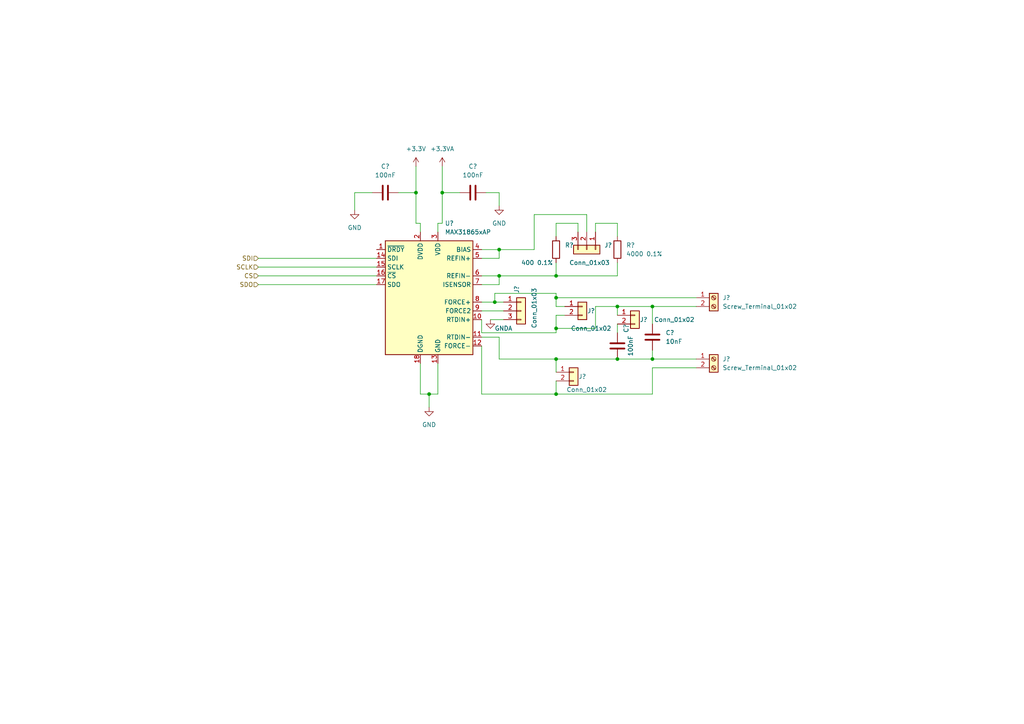
<source format=kicad_sch>
(kicad_sch (version 20211123) (generator eeschema)
  (paper "A4")
  (lib_symbols
    (symbol "Connector:Screw_Terminal_01x02" (pin_names (offset 1.016) hide)
      (property "Reference" "J" (at 0 2.54 0))
      (property "Value" "Screw_Terminal_01x02" (at 0 -5.08 0))
      (symbol "Screw_Terminal_01x02_1_1"
        (rectangle (start -1.27 1.27) (end 1.27 -3.81) (stroke (width 0.254)) (fill (type background)))
        (circle (center 0 -2.54) (radius 0.635) (stroke (width 0.1524)))
        (polyline (pts (xy -0.5334 -2.2098) (xy 0.3302 -3.048)) (stroke (width 0.1524)))
        (polyline (pts (xy -0.5334 0.3302) (xy 0.3302 -0.508)) (stroke (width 0.1524)))
        (polyline (pts (xy -0.3556 -2.032) (xy 0.508 -2.8702)) (stroke (width 0.1524)))
        (polyline (pts (xy -0.3556 0.508) (xy 0.508 -0.3302)) (stroke (width 0.1524)))
        (circle (center 0 0) (radius 0.635) (stroke (width 0.1524)))
        (pin passive line (at -5.08 0 0) (length 3.81) (name "Pin_1") (number "1"))
        (pin passive line (at -5.08 -2.54 0) (length 3.81) (name "Pin_2") (number "2"))
      )
    )
    (symbol "Connector_Generic:Conn_01x02" (pin_names (offset 1.016) hide)
      (property "Reference" "J" (at 0 2.54 0))
      (property "Value" "Conn_01x02" (at 0 -5.08 0))
      (symbol "Conn_01x02_1_1"
        (rectangle (start -1.27 -2.413) (end 0 -2.667) (stroke (width 0.1524)))
        (rectangle (start -1.27 0.127) (end 0 -0.127) (stroke (width 0.1524)))
        (rectangle (start -1.27 1.27) (end 1.27 -3.81) (stroke (width 0.254)) (fill (type background)))
        (pin passive line (at -5.08 0 0) (length 3.81) (name "Pin_1") (number "1"))
        (pin passive line (at -5.08 -2.54 0) (length 3.81) (name "Pin_2") (number "2"))
      )
    )
    (symbol "Connector_Generic:Conn_01x03" (pin_names (offset 1.016) hide)
      (property "Reference" "J" (at 0 5.08 0))
      (property "Value" "Conn_01x03" (at 0 -5.08 0))
      (symbol "Conn_01x03_1_1"
        (rectangle (start -1.27 -2.413) (end 0 -2.667) (stroke (width 0.1524)))
        (rectangle (start -1.27 0.127) (end 0 -0.127) (stroke (width 0.1524)))
        (rectangle (start -1.27 2.667) (end 0 2.413) (stroke (width 0.1524)))
        (rectangle (start -1.27 3.81) (end 1.27 -3.81) (stroke (width 0.254)) (fill (type background)))
        (pin passive line (at -5.08 2.54 0) (length 3.81) (name "Pin_1") (number "1"))
        (pin passive line (at -5.08 0 0) (length 3.81) (name "Pin_2") (number "2"))
        (pin passive line (at -5.08 -2.54 0) (length 3.81) (name "Pin_3") (number "3"))
      )
    )
    (symbol "Device:C" (pin_numbers hide) (pin_names (offset 0.254))
      (property "Reference" "C" (at 0.635 2.54 0))
      (property "Value" "C" (at 0.635 -2.54 0))
      (symbol "C_0_1"
        (polyline (pts (xy -2.032 -0.762) (xy 2.032 -0.762)) (stroke (width 0.508)))
        (polyline (pts (xy -2.032 0.762) (xy 2.032 0.762)) (stroke (width 0.508)))
      )
      (symbol "C_1_1"
        (pin passive line (at 0 3.81 270) (length 2.794) (name "~") (number "1"))
        (pin passive line (at 0 -3.81 90) (length 2.794) (name "~") (number "2"))
      )
    )
    (symbol "Device:R" (pin_numbers hide) (pin_names (offset 0))
      (property "Reference" "R" (at 2.032 0 90))
      (property "Value" "R" (at 0 0 90))
      (symbol "R_0_1"
        (rectangle (start -1.016 -2.54) (end 1.016 2.54) (stroke (width 0.254)))
      )
      (symbol "R_1_1"
        (pin passive line (at 0 3.81 270) (length 1.27) (name "~") (number "1"))
        (pin passive line (at 0 -3.81 90) (length 1.27) (name "~") (number "2"))
      )
    )
    (symbol "Sensor_Temperature:MAX31865xAP"
      (property "Reference" "U" (at -11.43 19.05 0))
      (property "Value" "MAX31865xAP" (at 10.16 19.05 0))
      (symbol "MAX31865xAP_0_1"
        (rectangle (start -12.7 17.78) (end 12.7 -15.24) (stroke (width 0.254)) (fill (type background)))
      )
      (symbol "MAX31865xAP_1_1"
        (pin output line (at -15.24 15.24 0) (length 2.54) (name "~{DRDY}") (number "1"))
        (pin input line (at 15.24 -5.08 180) (length 2.54) (name "RTDIN+") (number "10"))
        (pin input line (at 15.24 -10.16 180) (length 2.54) (name "RTDIN-") (number "11"))
        (pin power_out line (at 15.24 -12.7 180) (length 2.54) (name "FORCE-") (number "12"))
        (pin power_in line (at 2.54 -17.78 90) (length 2.54) (name "GND") (number "13"))
        (pin input line (at -15.24 12.7 0) (length 2.54) (name "SDI") (number "14"))
        (pin input line (at -15.24 10.16 0) (length 2.54) (name "SCLK") (number "15"))
        (pin input line (at -15.24 7.62 0) (length 2.54) (name "~{CS}") (number "16"))
        (pin tri_state line (at -15.24 5.08 0) (length 2.54) (name "SDO") (number "17"))
        (pin power_in line (at -2.54 -17.78 90) (length 2.54) (name "DGND") (number "18"))
        (pin passive line (at 2.54 -17.78 90) (length 2.54) hide (name "GND") (number "19"))
        (pin power_in line (at -2.54 20.32 270) (length 2.54) (name "DVDD") (number "2"))
        (pin no_connect line (at -12.7 -2.54 0) (length 2.54) hide (name "NC") (number "20"))
        (pin power_in line (at 2.54 20.32 270) (length 2.54) (name "VDD") (number "3"))
        (pin power_out line (at 15.24 15.24 180) (length 2.54) (name "BIAS") (number "4"))
        (pin input line (at 15.24 12.7 180) (length 2.54) (name "REFIN+") (number "5"))
        (pin input line (at 15.24 7.62 180) (length 2.54) (name "REFIN-") (number "6"))
        (pin passive line (at 15.24 5.08 180) (length 2.54) (name "ISENSOR") (number "7"))
        (pin passive line (at 15.24 0 180) (length 2.54) (name "FORCE+") (number "8"))
        (pin input line (at 15.24 -2.54 180) (length 2.54) (name "FORCE2") (number "9"))
      )
    )
    (symbol "power:+3.3V" (power) (pin_names (offset 0))
      (property "Value" "+3.3V" (at 0 3.556 0))
      (symbol "+3.3V_0_1"
        (polyline (pts (xy -0.762 1.27) (xy 0 2.54)))
        (polyline (pts (xy 0 0) (xy 0 2.54)))
        (polyline (pts (xy 0 2.54) (xy 0.762 1.27)))
      )
      (symbol "+3.3V_1_1"
        (pin power_in line (at 0 0 90) (length 0) hide (name "+3.3V") (number "1"))
      )
    )
    (symbol "power:+3.3VA" (power) (pin_names (offset 0))
      (property "Value" "+3.3VA" (at 0 3.556 0))
      (symbol "+3.3VA_0_1"
        (polyline (pts (xy -0.762 1.27) (xy 0 2.54)))
        (polyline (pts (xy 0 0) (xy 0 2.54)))
        (polyline (pts (xy 0 2.54) (xy 0.762 1.27)))
      )
      (symbol "+3.3VA_1_1"
        (pin power_in line (at 0 0 90) (length 0) hide (name "+3.3VA") (number "1"))
      )
    )
    (symbol "power:GND" (power) (pin_names (offset 0))
      (property "Value" "GND" (at 0 -3.81 0))
      (symbol "GND_0_1"
        (polyline (pts (xy 0 0) (xy 0 -1.27) (xy 1.27 -1.27) (xy 0 -2.54) (xy -1.27 -1.27) (xy 0 -1.27)))
      )
      (symbol "GND_1_1"
        (pin power_in line (at 0 0 270) (length 0) hide (name "GND") (number "1"))
      )
    )
    (symbol "power:GNDA" (power) (pin_names (offset 0))
      (property "Value" "GNDA" (at 0 -3.81 0))
      (symbol "GNDA_0_1"
        (polyline (pts (xy 0 0) (xy 0 -1.27) (xy 1.27 -1.27) (xy 0 -2.54) (xy -1.27 -1.27) (xy 0 -1.27)))
      )
      (symbol "GNDA_1_1"
        (pin power_in line (at 0 0 270) (length 0) hide (name "GNDA") (number "1"))
      )
    )
  )
  (junction (at 128.27 55.88))
  (junction (at 120.65 55.88))
  (junction (at 144.78 72.39))
  (junction (at 161.29 114.3))
  (junction (at 144.78 80.01))
  (junction (at 179.07 88.9))
  (junction (at 161.29 95.25))
  (junction (at 161.29 104.14))
  (junction (at 161.29 86.36))
  (junction (at 179.07 104.14))
  (junction (at 189.23 104.14))
  (junction (at 143.51 87.63))
  (junction (at 124.46 114.3))
  (junction (at 161.29 80.01))
  (junction (at 189.23 88.9))
  (wire (pts (xy 120.65 55.88) (xy 120.65 48.26)))
  (wire (pts (xy 161.29 80.01) (xy 179.07 80.01)))
  (wire (pts (xy 161.29 104.14) (xy 161.29 107.95)))
  (wire (pts (xy 189.23 104.14) (xy 201.93 104.14)))
  (wire (pts (xy 161.29 88.9) (xy 163.83 88.9)))
  (wire (pts (xy 172.72 67.31) (xy 172.72 64.77)))
  (wire (pts (xy 172.72 95.25) (xy 172.72 88.9)))
  (wire (pts (xy 139.7 87.63) (xy 143.51 87.63)))
  (wire (pts (xy 161.29 104.14) (xy 179.07 104.14)))
  (wire (pts (xy 144.78 74.93) (xy 144.78 72.39)))
  (wire (pts (xy 74.93 74.93) (xy 109.22 74.93)))
  (wire (pts (xy 172.72 64.77) (xy 179.07 64.77)))
  (wire (pts (xy 172.72 88.9) (xy 179.07 88.9)))
  (wire (pts (xy 154.94 72.39) (xy 154.94 62.23)))
  (wire (pts (xy 139.7 74.93) (xy 144.78 74.93)))
  (wire (pts (xy 124.46 114.3) (xy 124.46 118.11)))
  (wire (pts (xy 121.92 114.3) (xy 124.46 114.3)))
  (wire (pts (xy 161.29 95.25) (xy 172.72 95.25)))
  (wire (pts (xy 170.18 62.23) (xy 170.18 67.31)))
  (wire (pts (xy 161.29 86.36) (xy 201.93 86.36)))
  (wire (pts (xy 128.27 48.26) (xy 128.27 55.88)))
  (wire (pts (xy 74.93 77.47) (xy 109.22 77.47)))
  (wire (pts (xy 144.78 55.88) (xy 144.78 59.69)))
  (wire (pts (xy 128.27 55.88) (xy 128.27 64.77)))
  (wire (pts (xy 189.23 106.68) (xy 201.93 106.68)))
  (wire (pts (xy 179.07 93.98) (xy 179.07 96.52)))
  (wire (pts (xy 179.07 104.14) (xy 189.23 104.14)))
  (wire (pts (xy 144.78 80.01) (xy 144.78 82.55)))
  (wire (pts (xy 121.92 64.77) (xy 120.65 64.77)))
  (wire (pts (xy 189.23 114.3) (xy 189.23 106.68)))
  (wire (pts (xy 139.7 90.17) (xy 146.05 90.17)))
  (wire (pts (xy 161.29 114.3) (xy 189.23 114.3)))
  (wire (pts (xy 144.78 72.39) (xy 139.7 72.39)))
  (wire (pts (xy 107.95 55.88) (xy 102.87 55.88)))
  (wire (pts (xy 127 105.41) (xy 127 114.3)))
  (wire (pts (xy 144.78 72.39) (xy 154.94 72.39)))
  (wire (pts (xy 179.07 80.01) (xy 179.07 76.2)))
  (wire (pts (xy 179.07 88.9) (xy 179.07 91.44)))
  (wire (pts (xy 161.29 110.49) (xy 161.29 114.3)))
  (wire (pts (xy 74.93 80.01) (xy 109.22 80.01)))
  (wire (pts (xy 139.7 97.79) (xy 144.78 97.79)))
  (wire (pts (xy 189.23 88.9) (xy 201.93 88.9)))
  (wire (pts (xy 161.29 88.9) (xy 161.29 86.36)))
  (wire (pts (xy 161.29 96.52) (xy 161.29 95.25)))
  (wire (pts (xy 121.92 67.31) (xy 121.92 64.77)))
  (wire (pts (xy 139.7 96.52) (xy 139.7 92.71)))
  (wire (pts (xy 167.64 64.77) (xy 167.64 67.31)))
  (wire (pts (xy 143.51 85.09) (xy 161.29 85.09)))
  (wire (pts (xy 179.07 88.9) (xy 189.23 88.9)))
  (wire (pts (xy 161.29 76.2) (xy 161.29 80.01)))
  (wire (pts (xy 120.65 55.88) (xy 120.65 64.77)))
  (wire (pts (xy 143.51 87.63) (xy 143.51 85.09)))
  (wire (pts (xy 189.23 88.9) (xy 189.23 93.98)))
  (wire (pts (xy 144.78 97.79) (xy 144.78 104.14)))
  (wire (pts (xy 139.7 96.52) (xy 161.29 96.52)))
  (wire (pts (xy 189.23 101.6) (xy 189.23 104.14)))
  (wire (pts (xy 161.29 64.77) (xy 167.64 64.77)))
  (wire (pts (xy 121.92 105.41) (xy 121.92 114.3)))
  (wire (pts (xy 115.57 55.88) (xy 120.65 55.88)))
  (wire (pts (xy 144.78 80.01) (xy 161.29 80.01)))
  (wire (pts (xy 139.7 114.3) (xy 161.29 114.3)))
  (wire (pts (xy 139.7 80.01) (xy 144.78 80.01)))
  (wire (pts (xy 127 64.77) (xy 128.27 64.77)))
  (wire (pts (xy 143.51 87.63) (xy 146.05 87.63)))
  (wire (pts (xy 140.97 55.88) (xy 144.78 55.88)))
  (wire (pts (xy 161.29 68.58) (xy 161.29 64.77)))
  (wire (pts (xy 154.94 62.23) (xy 170.18 62.23)))
  (wire (pts (xy 128.27 55.88) (xy 133.35 55.88)))
  (wire (pts (xy 161.29 85.09) (xy 161.29 86.36)))
  (wire (pts (xy 144.78 104.14) (xy 161.29 104.14)))
  (wire (pts (xy 127 114.3) (xy 124.46 114.3)))
  (wire (pts (xy 127 67.31) (xy 127 64.77)))
  (wire (pts (xy 74.93 82.55) (xy 109.22 82.55)))
  (wire (pts (xy 161.29 91.44) (xy 161.29 95.25)))
  (wire (pts (xy 139.7 82.55) (xy 144.78 82.55)))
  (wire (pts (xy 102.87 55.88) (xy 102.87 60.96)))
  (wire (pts (xy 179.07 64.77) (xy 179.07 68.58)))
  (wire (pts (xy 142.24 92.71) (xy 146.05 92.71)))
  (wire (pts (xy 139.7 114.3) (xy 139.7 100.33)))
  (wire (pts (xy 161.29 91.44) (xy 163.83 91.44)))
  (hierarchical_label "SCLK" (shape input) (at 74.93 77.47 180))
  (hierarchical_label "SDO" (shape input) (at 74.93 82.55 180))
  (hierarchical_label "SDI" (shape input) (at 74.93 74.93 180))
  (hierarchical_label "CS" (shape input) (at 74.93 80.01 180))
  (symbol (lib_id "Sensor_Temperature:MAX31865xAP") (at 124.46 87.63 0) (unit 1)
    (property "Reference" "U?" (at 129.0194 64.77 0) (effects (justify left)))
    (property "Value" "MAX31865xAP" (at 129.0194 67.31 0) (effects (justify left)))
    (property "Footprint" "Package_SO:SSOP-20_5.3x7.2mm_P0.65mm" (effects hide))
    (property "Datasheet" "https://datasheets.maximintegrated.com/en/ds/MAX31865.pdf" (effects hide))
  )
  (symbol (lib_id "Device:C") (at 111.76 55.88 90) (unit 1)
    (property "Reference" "C?" (at 111.76 48.26 90))
    (property "Value" "100nF" (at 111.76 50.8 90))
  )
  (symbol (lib_id "Connector_Generic:Conn_01x03") (at 151.13 90.17 0) (unit 1)
    (property "Reference" "J?" (at 149.8599 85.09 90) (effects (justify left)))
    (property "Value" "Conn_01x03" (at 154.94 95.25 90) (effects (justify left)))
    (property "Footprint" "Connector_PinHeader_2.54mm:PinHeader_1x03_P2.54mm_Vertical" (effects hide))
  )
  (symbol (lib_id "power:GND") (at 144.78 59.69 0) (unit 1)
    (property "Reference" "#PWR?" (effects hide))
    (property "Value" "GND" (at 144.78 64.77 0))
  )
  (symbol (lib_id "Device:R") (at 161.29 72.39 0) (unit 1)
    (property "Reference" "R?" (at 163.83 71.1199 0) (effects (justify left)))
    (property "Value" "400 0.1%" (at 151.13 76.2 0) (effects (justify left)))
  )
  (symbol (lib_id "power:+3.3VA") (at 128.27 48.26 0) (unit 1)
    (property "Reference" "#PWR?" (effects hide))
    (property "Value" "+3.3VA" (at 128.27 43.18 0))
  )
  (symbol (lib_id "Connector_Generic:Conn_01x03") (at 170.18 72.39 270) (unit 1)
    (property "Reference" "J?" (at 175.26 71.1199 90) (effects (justify left)))
    (property "Value" "Conn_01x03" (at 165.1 76.2 90) (effects (justify left)))
    (property "Footprint" "Connector_PinHeader_2.54mm:PinHeader_1x03_P2.54mm_Vertical" (effects hide))
  )
  (symbol (lib_id "power:GNDA") (at 142.24 92.71 0) (unit 1)
    (property "Reference" "#PWR?" (effects hide))
    (property "Value" "GNDA" (at 146.05 95.25 0))
  )
  (symbol (lib_id "Device:C") (at 179.07 100.33 180) (unit 1)
    (property "Reference" "C?" (at 181.61 95.25 90))
    (property "Value" "100nF" (at 182.88 100.33 90))
  )
  (symbol (lib_id "Connector:Screw_Terminal_01x02") (at 207.01 104.14 0) (unit 1)
    (property "Reference" "J?" (at 209.55 104.1399 0) (effects (justify left)))
    (property "Value" "Screw_Terminal_01x02" (at 209.55 106.6799 0) (effects (justify left)))
  )
  (symbol (lib_id "power:+3.3V") (at 120.65 48.26 0) (unit 1)
    (property "Reference" "#PWR?" (effects hide))
    (property "Value" "+3.3V" (at 120.65 43.18 0))
  )
  (symbol (lib_id "Connector:Screw_Terminal_01x02") (at 207.01 86.36 0) (unit 1)
    (property "Reference" "J?" (at 209.55 86.3599 0) (effects (justify left)))
    (property "Value" "Screw_Terminal_01x02" (at 209.55 88.8999 0) (effects (justify left)))
  )
  (symbol (lib_id "Connector_Generic:Conn_01x02") (at 168.91 88.9 0) (unit 1)
    (property "Reference" "J?" (at 171.45 90.17 0))
    (property "Value" "Conn_01x02" (at 171.45 95.25 0))
    (property "Footprint" "Connector_PinHeader_1.00mm:PinHeader_1x02_P1.00mm_Horizontal" (effects hide))
  )
  (symbol (lib_id "power:GND") (at 124.46 118.11 0) (unit 1)
    (property "Reference" "#PWR?" (effects hide))
    (property "Value" "GND" (at 124.46 123.19 0))
  )
  (symbol (lib_id "Connector_Generic:Conn_01x02") (at 184.15 91.44 0) (unit 1)
    (property "Reference" "J?" (at 186.69 92.71 0))
    (property "Value" "Conn_01x02" (at 195.58 92.71 0))
    (property "Footprint" "Connector_PinHeader_1.00mm:PinHeader_1x02_P1.00mm_Horizontal" (effects hide))
  )
  (symbol (lib_id "Device:C") (at 137.16 55.88 90) (unit 1)
    (property "Reference" "C?" (at 137.16 48.26 90))
    (property "Value" "100nF" (at 137.16 50.8 90))
  )
  (symbol (lib_id "Device:R") (at 179.07 72.39 0) (unit 1)
    (property "Reference" "R?" (at 181.61 71.1199 0) (effects (justify left)))
    (property "Value" "4000 0.1%" (at 181.61 73.6599 0) (effects (justify left)))
  )
  (symbol (lib_id "power:GND") (at 102.87 60.96 0) (unit 1)
    (property "Reference" "#PWR?" (effects hide))
    (property "Value" "GND" (at 102.87 66.04 0))
  )
  (symbol (lib_id "Device:C") (at 189.23 97.79 180) (unit 1)
    (property "Reference" "C?" (at 193.04 96.5199 0) (effects (justify right)))
    (property "Value" "10nF" (at 193.04 99.0599 0) (effects (justify right)))
  )
  (symbol (lib_id "Connector_Generic:Conn_01x02") (at 166.37 107.95 0) (unit 1)
    (property "Reference" "J?" (at 168.91 109.22 0))
    (property "Value" "Conn_01x02" (at 170.18 113.03 0))
    (property "Footprint" "Connector_PinHeader_1.00mm:PinHeader_1x02_P1.00mm_Horizontal" (effects hide))
  )
)
</source>
